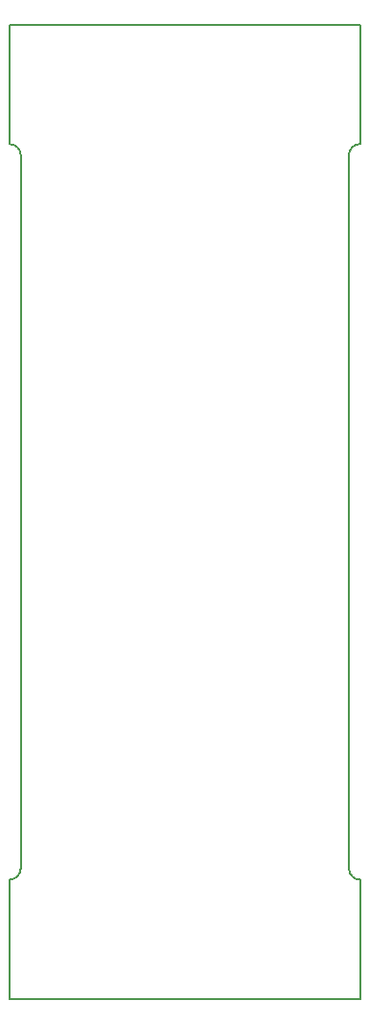
<source format=gbr>
G04 #@! TF.FileFunction,Profile,NP*
%FSLAX46Y46*%
G04 Gerber Fmt 4.6, Leading zero omitted, Abs format (unit mm)*
G04 Created by KiCad (PCBNEW 4.0.7-e2-6376~58~ubuntu16.04.1) date Sat May  5 11:14:25 2018*
%MOMM*%
%LPD*%
G01*
G04 APERTURE LIST*
%ADD10C,0.100000*%
%ADD11C,0.150000*%
G04 APERTURE END LIST*
D10*
D11*
X176125000Y-57965000D02*
X176125000Y-68465000D01*
X176125000Y-133440000D02*
X176125000Y-143965000D01*
X145185000Y-133440000D02*
X145185000Y-143965000D01*
X145185000Y-57965000D02*
X145185000Y-68465000D01*
X145186000Y-133441000D02*
G75*
G03X146160000Y-132465000I-1000J975000D01*
G01*
X176125000Y-133440000D02*
G75*
G02X175150000Y-132465000I0J975000D01*
G01*
X146159000Y-69466000D02*
G75*
G03X145186000Y-68491000I-974000J1000D01*
G01*
X176125000Y-68490000D02*
G75*
G03X175150000Y-69465000I0J-975000D01*
G01*
X146160000Y-69465000D02*
X146160000Y-132465000D01*
X175150000Y-69465000D02*
X175150000Y-132465000D01*
X145185000Y-143965000D02*
X176125000Y-143965000D01*
X145185000Y-57965000D02*
X176125000Y-57965000D01*
M02*

</source>
